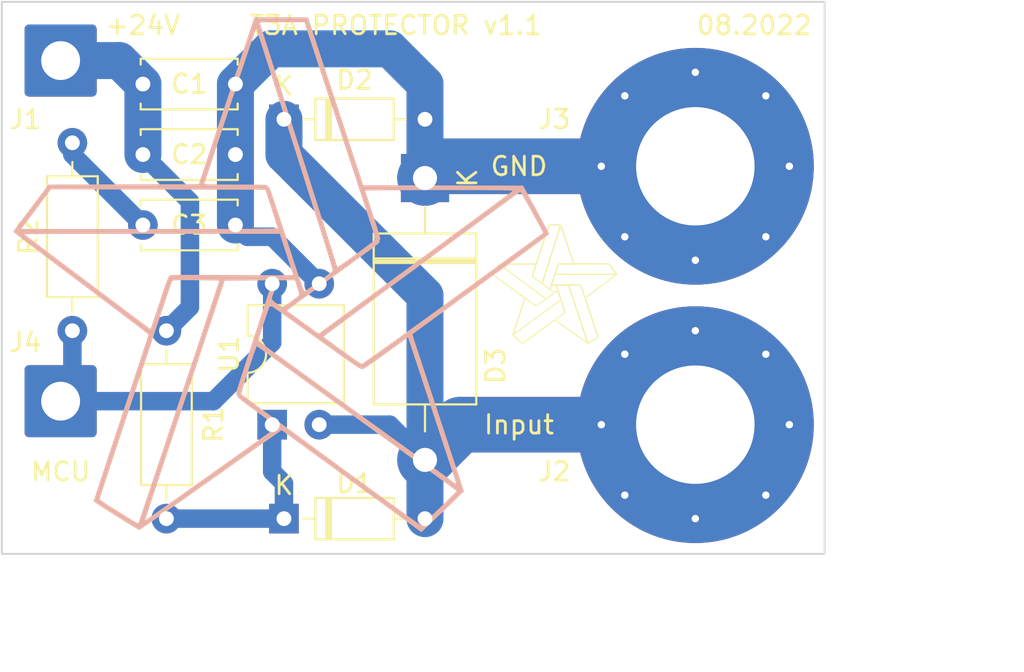
<source format=kicad_pcb>
(kicad_pcb (version 20211014) (generator pcbnew)
  (title_block (title "AiXun T3A Soldering Station dormancy input protection module") (rev "1.0"))
  (layers (0 "F.Cu" signal) (31 "B.Cu" signal) (34 "B.Paste" user) (35 "F.Paste" user) (36 "B.SilkS" user "B.Silkscreen") (37 "F.SilkS" user "F.Silkscreen") (38 "B.Mask" user) (39 "F.Mask" user) (44 "Edge.Cuts" user))
  (net 0 "")
  (net 1 "/_{VCC}")
  (net 2 "/_{GND}")
  (net 3 "/_{INPUT}")
  (net 4 "Net-(D1-Pad1)")
  (net 5 "/_{MCU}")
  (net 6 "Net-(C3-Pad1)")
  (footprint "Diode_THT:D_DO-35_SOD27_P7.62mm_Horizontal" (layer "F.Cu") (at 132.08 96.52)
    (fp_text reference "D2" (at 3.81 -2.12) (layer "F.SilkS"))
    (fp_text value "1N4148")
    (fp_text user "K" (at 0 -1.8) (layer "F.SilkS"))
    (pad "1" thru_hole rect locked (at 0 0) (size 1.6 1.6) (drill 0.8) (layers *.Cu *.Mask) (net 3 "/_{INPUT}"))
    (pad "2" thru_hole oval locked (at 7.62 0) (size 1.6 1.6) (drill 0.8) (layers *.Cu *.Mask) (net 2 "/_{GND}"))
  )
  (footprint "Resistor_THT:R_Axial_DIN0207_L6.3mm_D2.5mm_P10.16mm_Horizontal" (layer "F.Cu") (at 125.73 107.95 -90)
    (fp_text reference "R1" (at 5.08 -2.54 90) (layer "F.SilkS"))
    (fp_text value "10 kOhm")
    (pad "1" thru_hole circle (at 0 0 270) (size 1.6 1.6) (drill 0.8) (layers *.Cu *.Mask) (net 1 "/_{VCC}"))
    (pad "2" thru_hole oval (at 10.16 0 270) (size 1.6 1.6) (drill 0.8) (layers *.Cu *.Mask) (net 4 "Net-(D1-Pad1)"))
  )
  (footprint "MountingHole:MountingHole_6.4mm_M6_Pad_TopBottom" (layer "F.Cu") (at 154.305 99.06)
    (fp_text reference "J3" (at -7.62 -2.54) (layer "F.SilkS"))
    (fp_text value "GND" (at -9.525 0) (layer "F.SilkS"))
    (pad "1" connect circle (at 0 0) (size 12.8 12.8) (layers "F.Cu" "F.Mask") (net 2 "/_{GND}"))
    (pad "1" connect circle (at 0 0) (size 12.8 12.8) (layers "B.Cu" "B.Mask") (net 2 "/_{GND}"))
    (pad "1" thru_hole circle (at 0 0) (size 6.8 6.8) (drill 6.4) (layers *.Cu *.Mask) (net 2 "/_{GND}"))
  )
  (footprint "Connector_Wire:SolderWire-1.5sqmm_1x01_D1.7mm_OD3.9mm" (layer "F.Cu") (at 120.015 93.345)
    (fp_text reference "J1" (at -1.905 3.175) (layer "F.SilkS"))
    (fp_text value "+24V" (at 4.445 -1.905 180) (layer "F.SilkS"))
    (pad "1" thru_hole roundrect (at 0 0) (size 3.9 3.9) (drill 2.1) (layers *.Cu *.Mask) (roundrect_rratio 0.064103) (net 1 "/_{VCC}"))
  )
  (footprint "Diode_THT:D_DO-35_SOD27_P7.62mm_Horizontal" (layer "F.Cu") (at 132.08 118.11)
    (fp_text reference "D1" (at 3.81 -1.905) (layer "F.SilkS"))
    (fp_text value "1N4148")
    (fp_text user "K" (at 0 -1.8) (layer "F.SilkS"))
    (pad "1" thru_hole rect locked (at 0 0) (size 1.6 1.6) (drill 0.8) (layers *.Cu *.Mask) (net 4 "Net-(D1-Pad1)"))
    (pad "2" thru_hole oval locked (at 7.62 0) (size 1.6 1.6) (drill 0.8) (layers *.Cu *.Mask) (net 3 "/_{INPUT}"))
  )
  (footprint "LOGO" (layer "F.Cu") (at 146.685 105.41)
    (fp_text reference "G***" hide)
    (fp_text value "LOGO" hide)
  )
  (footprint "Connector_Wire:SolderWire-1.5sqmm_1x01_D1.7mm_OD3.9mm" (layer "F.Cu") (at 120.015 111.76)
    (fp_text reference "J4" (at -1.905 -3.175) (layer "F.SilkS"))
    (fp_text value "MCU" (at 0 3.81 180) (layer "F.SilkS"))
    (pad "1" thru_hole roundrect (at 0 0) (size 3.9 3.9) (drill 2.1) (layers *.Cu *.Mask) (roundrect_rratio 0.064103) (net 5 "/_{MCU}"))
  )
  (footprint "Capacitor_THT:C_Disc_D5.0mm_W2.5mm_P5.00mm" (layer "F.Cu") (at 124.46 94.615)
    (fp_text reference "C1" (at 2.5 0) (layer "F.SilkS"))
    (fp_text value "0.1 uF")
    (pad "1" thru_hole circle (at 0 0) (size 1.6 1.6) (drill 0.8) (layers *.Cu *.Mask) (net 1 "/_{VCC}"))
    (pad "2" thru_hole circle (at 5 0) (size 1.6 1.6) (drill 0.8) (layers *.Cu *.Mask) (net 2 "/_{GND}"))
  )
  (footprint "Capacitor_THT:C_Disc_D5.0mm_W2.5mm_P5.00mm" (layer "F.Cu") (at 124.46 98.425)
    (fp_text reference "C2" (at 2.5 0) (layer "F.SilkS"))
    (fp_text value "1 uF")
    (pad "1" thru_hole circle (at 0 0) (size 1.6 1.6) (drill 0.8) (layers *.Cu *.Mask) (net 1 "/_{VCC}"))
    (pad "2" thru_hole circle (at 5 0) (size 1.6 1.6) (drill 0.8) (layers *.Cu *.Mask) (net 2 "/_{GND}"))
  )
  (footprint "MountingHole:MountingHole_6.4mm_M6_Pad_TopBottom" (layer "F.Cu") (at 154.305 113.03)
    (fp_text reference "J2" (at -7.62 2.54) (layer "F.SilkS"))
    (fp_text value "Input" (at -9.525 0) (layer "F.SilkS"))
    (pad "1" thru_hole circle (at 0 0) (size 6.8 6.8) (drill 6.4) (layers *.Cu *.Mask) (net 3 "/_{INPUT}"))
    (pad "1" connect circle (at 0 0) (size 12.8 12.8) (layers "F.Cu" "F.Mask") (net 3 "/_{INPUT}"))
    (pad "1" connect circle (at 0 0) (size 12.8 12.8) (layers "B.Cu" "B.Mask") (net 3 "/_{INPUT}"))
  )
  (footprint "Resistor_THT:R_Axial_DIN0207_L6.3mm_D2.5mm_P10.16mm_Horizontal" (layer "F.Cu") (at 120.65 107.95 90)
    (fp_text reference "R2" (at 5.08 -2.37 90) (layer "F.SilkS"))
    (fp_text value "330 Ohm")
    (pad "1" thru_hole circle (at 0 0 90) (size 1.6 1.6) (drill 0.8) (layers *.Cu *.Mask) (net 5 "/_{MCU}"))
    (pad "2" thru_hole oval (at 10.16 0 90) (size 1.6 1.6) (drill 0.8) (layers *.Cu *.Mask) (net 6 "Net-(C3-Pad1)"))
  )
  (footprint "Capacitor_THT:C_Disc_D5.0mm_W2.5mm_P5.00mm" (layer "F.Cu") (at 124.46 102.235)
    (fp_text reference "C3" (at 2.5 0) (layer "F.SilkS"))
    (fp_text value "1 uF")
    (pad "1" thru_hole circle (at 0 0) (size 1.6 1.6) (drill 0.8) (layers *.Cu *.Mask) (net 6 "Net-(C3-Pad1)"))
    (pad "2" thru_hole circle (at 5 0) (size 1.6 1.6) (drill 0.8) (layers *.Cu *.Mask) (net 2 "/_{GND}"))
  )
  (footprint "Package_DIP:DIP-4_W7.62mm" (layer "F.Cu") (at 131.445 113.03 90)
    (fp_text reference "U1" (at 3.81 -2.33 90) (layer "F.SilkS"))
    (fp_text value "KENTO JC817")
    (pad "1" thru_hole rect locked (at 0 0 90) (size 1.6 1.6) (drill 0.8) (layers *.Cu *.Mask) (net 4 "Net-(D1-Pad1)"))
    (pad "2" thru_hole oval locked (at 0 2.54 90) (size 1.6 1.6) (drill 0.8) (layers *.Cu *.Mask) (net 3 "/_{INPUT}"))
    (pad "3" thru_hole oval locked (at 7.62 2.54 90) (size 1.6 1.6) (drill 0.8) (layers *.Cu *.Mask) (net 2 "/_{GND}"))
    (pad "4" thru_hole oval locked (at 7.62 0 90) (size 1.6 1.6) (drill 0.8) (layers *.Cu *.Mask) (net 5 "/_{MCU}"))
  )
  (footprint "Diode_THT:D_DO-201AE_P15.24mm_Horizontal" (layer "F.Cu") (at 139.7 99.695 -90)
    (fp_text reference "D3" (at 10.16 -3.81 90) (layer "F.SilkS"))
    (fp_text value "1.5KE30CA")
    (fp_text user "K" (at 0 -2.3 90) (layer "F.SilkS"))
    (pad "1" thru_hole rect (at 0 0 270) (size 2.6 2.6) (drill 1.3) (layers *.Cu *.Mask) (net 2 "/_{GND}"))
    (pad "2" thru_hole oval (at 15.24 0 270) (size 2.6 2.6) (drill 1.3) (layers *.Cu *.Mask) (net 3 "/_{INPUT}"))
  )
  (footprint "LOGO" (layer "B.Cu") (at 132.08 104.775 180)
    (fp_text reference "G***" hide)
    (fp_text value "LOGO" hide)
  )
  (gr_line (start 161.29 120.015) (end 161.29 90.17) (layer "Edge.Cuts") (width 0.1))
  (gr_line (start 161.29 90.17) (end 116.84 90.17) (layer "Edge.Cuts") (width 0.1))
  (gr_line (start 116.84 90.17) (end 116.84 120.015) (layer "Edge.Cuts") (width 0.1))
  (gr_line (start 116.84 120.015) (end 161.29 120.015) (layer "Edge.Cuts") (width 0.1))
  (gr_text "T3A PROTECTOR v1.1           08.2022" (at 145.415 91.44) (layer "F.SilkS") (effects (font (size 1 1))))
  (segment (start 120.015 93.345) (end 123.19 93.345) (width 2) (layer "B.Cu") (net 1))
  (segment (start 127 100.965) (end 127 106.68) (width 1) (layer "B.Cu") (net 1))
  (segment (start 124.46 94.615) (end 124.46 98.425) (width 2) (layer "B.Cu") (net 1))
  (segment (start 123.19 93.345) (end 124.46 94.615) (width 2) (layer "B.Cu") (net 1))
  (segment (start 127 106.68) (end 125.73 107.95) (width 1) (layer "B.Cu") (net 1))
  (segment (start 124.46 98.425) (end 127 100.965) (width 1) (layer "B.Cu") (net 1))
  (segment (start 154.305 99.06) (end 140.335 99.06) (width 3) (layer "F.Cu") (net 2))
  (segment (start 140.335 99.06) (end 139.7 99.695) (width 3) (layer "F.Cu") (net 2))
  (via (at 154.305 104.14) (size 0.8) (drill 0.4) (layers "F.Cu" "B.Cu") (net 2))
  (via (at 158.115 95.25) (size 0.8) (drill 0.4) (layers "F.Cu" "B.Cu") (net 2))
  (via (at 149.225 99.06) (size 0.8) (drill 0.4) (layers "F.Cu" "B.Cu") (net 2))
  (via (at 150.495 95.25) (size 0.8) (drill 0.4) (layers "F.Cu" "B.Cu") (net 2))
  (via (at 150.495 102.87) (size 0.8) (drill 0.4) (layers "F.Cu" "B.Cu") (net 2))
  (via (at 154.305 93.98) (size 0.8) (drill 0.4) (layers "F.Cu" "B.Cu") (net 2))
  (via (at 158.115 102.87) (size 0.8) (drill 0.4) (layers "F.Cu" "B.Cu") (net 2))
  (via (at 159.385 99.06) (size 0.8) (drill 0.4) (layers "F.Cu" "B.Cu") (net 2))
  (segment (start 131.445 102.87) (end 130.095 102.87) (width 1) (layer "B.Cu") (net 2))
  (segment (start 137.795 92.71) (end 139.7 94.615) (width 2) (layer "B.Cu") (net 2))
  (segment (start 140.335 99.06) (end 139.7 99.695) (width 3) (layer "B.Cu") (net 2))
  (segment (start 129.46 94.615) (end 131.365 92.71) (width 2) (layer "B.Cu") (net 2))
  (segment (start 131.365 92.71) (end 137.795 92.71) (width 2) (layer "B.Cu") (net 2))
  (segment (start 154.305 99.06) (end 149.225 99.06) (width 3) (layer "B.Cu") (net 2))
  (segment (start 139.7 94.615) (end 139.7 96.52) (width 2) (layer "B.Cu") (net 2))
  (segment (start 130.095 102.87) (end 129.46 102.235) (width 1) (layer "B.Cu") (net 2))
  (segment (start 133.985 105.41) (end 131.445 102.87) (width 1) (layer "B.Cu") (net 2))
  (segment (start 149.225 99.06) (end 140.335 99.06) (width 3) (layer "B.Cu") (net 2))
  (segment (start 139.7 99.695) (end 139.7 96.52) (width 2) (layer "B.Cu") (net 2))
  (segment (start 129.46 94.615) (end 129.46 102.235) (width 2) (layer "B.Cu") (net 2))
  (segment (start 154.305 113.03) (end 141.605 113.03) (width 3) (layer "F.Cu") (net 3))
  (segment (start 141.605 113.03) (end 139.7 114.935) (width 3) (layer "F.Cu") (net 3))
  (via (at 159.385 113.03) (size 0.8) (drill 0.4) (layers "F.Cu" "B.Cu") (net 3))
  (via (at 158.115 116.84) (size 0.8) (drill 0.4) (layers "F.Cu" "B.Cu") (net 3))
  (via (at 158.115 109.22) (size 0.8) (drill 0.4) (layers "F.Cu" "B.Cu") (net 3))
  (via (at 150.495 116.84) (size 0.8) (drill 0.4) (layers "F.Cu" "B.Cu") (net 3))
  (via (at 150.495 109.22) (size 0.8) (drill 0.4) (layers "F.Cu" "B.Cu") (net 3))
  (via (at 149.225 113.03) (size 0.8) (drill 0.4) (layers "F.Cu" "B.Cu") (net 3))
  (via (at 154.305 118.11) (size 0.8) (drill 0.4) (layers "F.Cu" "B.Cu") (net 3))
  (via (at 154.305 107.95) (size 0.8) (drill 0.4) (layers "F.Cu" "B.Cu") (net 3))
  (segment (start 141.605 113.03) (end 139.7 114.935) (width 3) (layer "B.Cu") (net 3))
  (segment (start 132.08 98.425) (end 139.7 106.045) (width 2) (layer "B.Cu") (net 3))
  (segment (start 149.225 113.03) (end 141.605 113.03) (width 3) (layer "B.Cu") (net 3))
  (segment (start 139.7 106.045) (end 139.7 114.935) (width 2) (layer "B.Cu") (net 3))
  (segment (start 139.7 114.935) (end 139.7 118.11) (width 2) (layer "B.Cu") (net 3))
  (segment (start 132.08 96.52) (end 132.08 98.425) (width 2) (layer "B.Cu") (net 3))
  (segment (start 137.795 113.03) (end 139.7 114.935) (width 1) (layer "B.Cu") (net 3))
  (segment (start 154.305 113.03) (end 149.225 113.03) (width 3) (layer "B.Cu") (net 3))
  (segment (start 133.985 113.03) (end 137.795 113.03) (width 1) (layer "B.Cu") (net 3))
  (segment (start 132.08 118.11) (end 132.08 116.205) (width 1) (layer "B.Cu") (net 4))
  (segment (start 131.445 115.57) (end 131.445 113.03) (width 1) (layer "B.Cu") (net 4))
  (segment (start 125.73 118.11) (end 132.08 118.11) (width 1) (layer "B.Cu") (net 4))
  (segment (start 132.08 116.205) (end 131.445 115.57) (width 1) (layer "B.Cu") (net 4))
  (segment (start 120.65 111.125) (end 120.015 111.76) (width 1) (layer "B.Cu") (net 5))
  (segment (start 131.445 105.41) (end 131.445 108.585) (width 1) (layer "B.Cu") (net 5))
  (segment (start 128.27 111.76) (end 120.015 111.76) (width 1) (layer "B.Cu") (net 5))
  (segment (start 120.65 107.95) (end 120.65 111.125) (width 1) (layer "B.Cu") (net 5))
  (segment (start 131.445 108.585) (end 128.27 111.76) (width 1) (layer "B.Cu") (net 5))
  (segment (start 120.65 97.79) (end 120.65 98.425) (width 1) (layer "B.Cu") (net 6))
  (segment (start 120.65 98.425) (end 124.46 102.235) (width 1) (layer "B.Cu") (net 6))
)
</source>
